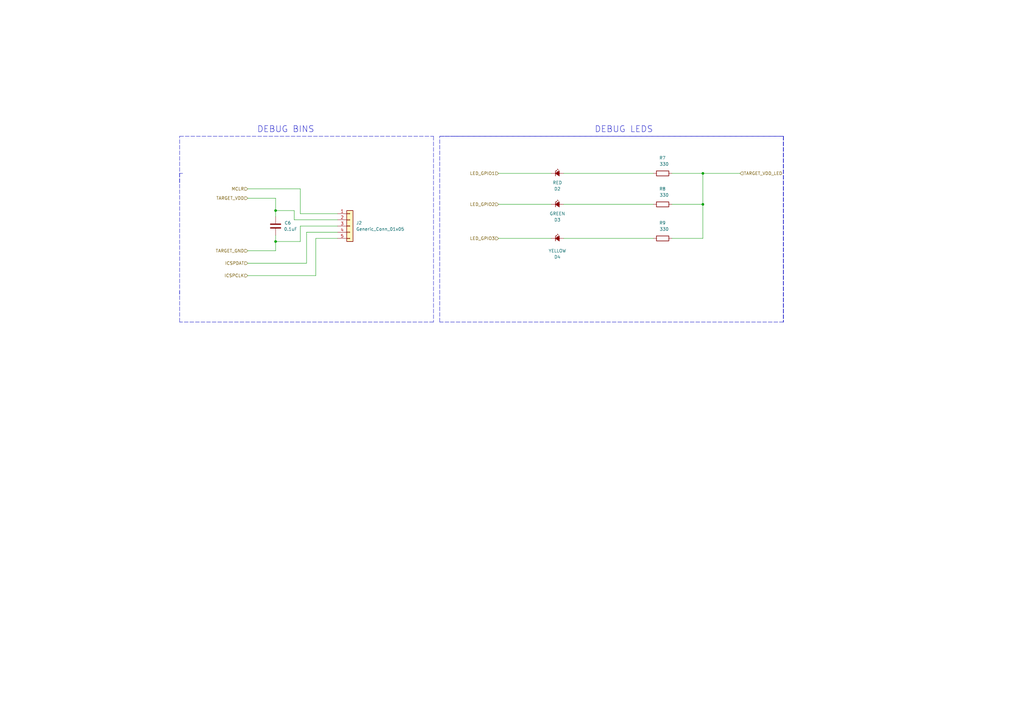
<source format=kicad_sch>
(kicad_sch (version 20211123) (generator eeschema)
  (paper "A3")
  (lib_symbols
    (symbol "Device:C" (pin_numbers hide) (pin_names (offset 0.254))
      (property "Reference" "C" (at 0.635 2.54 0))
      (property "Value" "C" (at 0.635 -2.54 0))
      (symbol "C_0_1"
        (polyline (pts (xy -2.032 -0.762) (xy 2.032 -0.762)) (stroke (width 0.508)))
        (polyline (pts (xy -2.032 0.762) (xy 2.032 0.762)) (stroke (width 0.508)))
      )
      (symbol "C_1_1"
        (pin passive line (at 0 3.81 270) (length 2.794) (name "~") (number "1"))
        (pin passive line (at 0 -3.81 90) (length 2.794) (name "~") (number "2"))
      )
    )
    (symbol "Device:LED_Small_Filled" (pin_numbers hide) (pin_names (offset 0.254) hide)
      (property "Reference" "D" (at -1.27 3.175 0))
      (property "Value" "LED_Small_Filled" (at -4.445 -2.54 0))
      (symbol "LED_Small_Filled_0_1"
        (polyline (pts (xy -0.762 -1.016) (xy -0.762 1.016)) (stroke (width 0.254)))
        (polyline (pts (xy 1.016 0) (xy -0.762 0)))
        (polyline (pts (xy 0.762 -1.016) (xy -0.762 0) (xy 0.762 1.016) (xy 0.762 -1.016)) (stroke (width 0.254)) (fill (type outline)))
        (polyline (pts (xy 0 0.762) (xy -0.508 1.27) (xy -0.254 1.27) (xy -0.508 1.27) (xy -0.508 1.016)))
        (polyline (pts (xy 0.508 1.27) (xy 0 1.778) (xy 0.254 1.778) (xy 0 1.778) (xy 0 1.524)))
      )
      (symbol "LED_Small_Filled_1_1"
        (pin passive line (at -2.54 0 0) (length 1.778) (name "K") (number "1"))
        (pin passive line (at 2.54 0 180) (length 1.778) (name "A") (number "2"))
      )
    )
    (symbol "Device:R" (pin_numbers hide) (pin_names (offset 0))
      (property "Reference" "R" (at 2.032 0 90))
      (property "Value" "R" (at 0 0 90))
      (symbol "R_0_1"
        (rectangle (start -1.016 -2.54) (end 1.016 2.54) (stroke (width 0.254)))
      )
      (symbol "R_1_1"
        (pin passive line (at 0 3.81 270) (length 1.27) (name "~") (number "1"))
        (pin passive line (at 0 -3.81 90) (length 1.27) (name "~") (number "2"))
      )
    )
    (symbol "avionics_board-cache:Connector_Generic_Conn_01x05" (pin_names (offset 1.016) hide)
      (property "Reference" "J" (at 0 7.62 0))
      (property "Value" "Connector_Generic_Conn_01x05" (at 0 -7.62 0))
      (symbol "Connector_Generic_Conn_01x05_1_1"
        (rectangle (start -1.27 -4.953) (end 0 -5.207) (stroke (width 0.1524)))
        (rectangle (start -1.27 -2.413) (end 0 -2.667) (stroke (width 0.1524)))
        (rectangle (start -1.27 0.127) (end 0 -0.127) (stroke (width 0.1524)))
        (rectangle (start -1.27 2.667) (end 0 2.413) (stroke (width 0.1524)))
        (rectangle (start -1.27 5.207) (end 0 4.953) (stroke (width 0.1524)))
        (rectangle (start -1.27 6.35) (end 1.27 -6.35) (stroke (width 0.254)) (fill (type background)))
        (pin passive line (at -5.08 5.08 0) (length 3.81) (name "Pin_1") (number "1"))
        (pin passive line (at -5.08 2.54 0) (length 3.81) (name "Pin_2") (number "2"))
        (pin passive line (at -5.08 0 0) (length 3.81) (name "Pin_3") (number "3"))
        (pin passive line (at -5.08 -2.54 0) (length 3.81) (name "Pin_4") (number "4"))
        (pin passive line (at -5.08 -5.08 0) (length 3.81) (name "Pin_5") (number "5"))
      )
    )
  )
  (junction (at 288.29 83.82))
  (junction (at 288.29 71.12))
  (junction (at 113.03 86.36))
  (junction (at 113.03 99.06))
  (wire (pts (xy 113.03 99.06) (xy 113.03 96.52)))
  (wire (pts (xy 138.43 90.17) (xy 120.65 90.17)))
  (wire (pts (xy 101.6 113.03) (xy 129.54 113.03)))
  (polyline (pts (xy 73.66 132.08) (xy 73.66 119.38)))
  (wire (pts (xy 113.03 81.28) (xy 113.03 86.36)))
  (wire (pts (xy 113.03 102.87) (xy 113.03 99.06)))
  (wire (pts (xy 101.6 102.87) (xy 113.03 102.87)))
  (wire (pts (xy 120.65 90.17) (xy 120.65 86.36)))
  (wire (pts (xy 288.29 83.82) (xy 288.29 71.12)))
  (wire (pts (xy 113.03 86.36) (xy 113.03 88.9)))
  (wire (pts (xy 231.14 71.12) (xy 267.97 71.12)))
  (polyline (pts (xy 181.61 55.88) (xy 321.31 55.88)))
  (wire (pts (xy 275.59 71.12) (xy 288.29 71.12)))
  (polyline (pts (xy 177.8 132.08) (xy 73.66 132.08)))
  (wire (pts (xy 204.47 71.12) (xy 226.06 71.12)))
  (wire (pts (xy 204.47 97.79) (xy 226.06 97.79)))
  (wire (pts (xy 275.59 83.82) (xy 288.29 83.82)))
  (polyline (pts (xy 321.31 132.08) (xy 180.34 132.08)))
  (polyline (pts (xy 321.31 55.88) (xy 321.31 132.08)))
  (wire (pts (xy 288.29 71.12) (xy 303.53 71.12)))
  (wire (pts (xy 231.14 83.82) (xy 267.97 83.82)))
  (wire (pts (xy 125.73 95.25) (xy 138.43 95.25)))
  (wire (pts (xy 123.19 87.63) (xy 138.43 87.63)))
  (wire (pts (xy 123.19 92.71) (xy 123.19 99.06)))
  (wire (pts (xy 288.29 97.79) (xy 288.29 83.82)))
  (polyline (pts (xy 180.34 132.08) (xy 180.34 55.88)))
  (wire (pts (xy 138.43 92.71) (xy 123.19 92.71)))
  (wire (pts (xy 129.54 113.03) (xy 129.54 97.79)))
  (wire (pts (xy 120.65 86.36) (xy 113.03 86.36)))
  (wire (pts (xy 231.14 97.79) (xy 267.97 97.79)))
  (wire (pts (xy 204.47 83.82) (xy 226.06 83.82)))
  (polyline (pts (xy 180.34 55.88) (xy 321.31 55.88)))
  (wire (pts (xy 275.59 97.79) (xy 288.29 97.79)))
  (wire (pts (xy 123.19 77.47) (xy 123.19 87.63)))
  (polyline (pts (xy 321.31 55.88) (xy 321.31 132.08)))
  (polyline (pts (xy 73.66 71.12) (xy 74.93 71.12)))
  (wire (pts (xy 101.6 107.95) (xy 125.73 107.95)))
  (wire (pts (xy 101.6 77.47) (xy 123.19 77.47)))
  (polyline (pts (xy 73.66 120.65) (xy 73.66 71.12)))
  (polyline (pts (xy 73.66 74.93) (xy 73.66 55.88)))
  (wire (pts (xy 123.19 99.06) (xy 113.03 99.06)))
  (wire (pts (xy 101.6 81.28) (xy 113.03 81.28)))
  (wire (pts (xy 125.73 107.95) (xy 125.73 95.25)))
  (polyline (pts (xy 177.8 55.88) (xy 177.8 132.08)))
  (wire (pts (xy 129.54 97.79) (xy 138.43 97.79)))
  (polyline (pts (xy 73.66 55.88) (xy 177.8 55.88)))
  (polyline (pts (xy 186.69 55.88) (xy 321.31 55.88)))
  (polyline (pts (xy 321.31 55.88) (xy 321.31 132.08)))
  (polyline (pts (xy 180.34 55.88) (xy 186.69 55.88)))
  (text "DEBUG BINS" (at 105.41 54.61 0) (effects (font (size 2.54 2.54)) (justify left bottom)))
  (text "DEBUG LEDS" (at 243.84 54.61 0) (effects (font (size 2.54 2.54)) (justify left bottom)))
  (hierarchical_label "LED_GPIO3" (shape input) (at 204.47 97.79 180))
  (hierarchical_label "MCLR" (shape input) (at 101.6 77.47 180))
  (hierarchical_label "TARGET_VDD_LED" (shape input) (at 303.53 71.12 0))
  (hierarchical_label "ICSPCLK" (shape input) (at 101.6 113.03 180))
  (hierarchical_label "LED_GPIO1" (shape input) (at 204.47 71.12 180))
  (hierarchical_label "TARGET_VDD" (shape input) (at 101.6 81.28 180))
  (hierarchical_label "LED_GPIO2" (shape input) (at 204.47 83.82 180))
  (hierarchical_label "TARGET_GND" (shape input) (at 101.6 102.87 180))
  (hierarchical_label "ICSPDAT" (shape input) (at 101.6 107.95 180))
  (symbol (lib_id "Device:R") (at 271.78 71.12 90) (unit 1)
    (property "Reference" "R7" (at 273.05 64.77 90) (effects (justify left)))
    (property "Value" "330" (at 274.32 67.31 90) (effects (justify left)))
    (property "Footprint" "Resistor_SMD:R_1210_3225Metric_Pad1.30x2.65mm_HandSolder" (effects hide))
  )
  (symbol (lib_id "Device:LED_Small_Filled") (at 228.6 97.79 0) (unit 1)
    (property "Reference" "D4" (at 228.6 105.41 0))
    (property "Value" "YELLOW" (at 228.6 102.87 0))
    (property "Footprint" "LED_SMD:LED_2512_6332Metric_Pad1.52x3.35mm_HandSolder" (effects hide))
  )
  (symbol (lib_id "Device:C") (at 113.03 92.71 180) (unit 1)
    (property "Reference" "C6" (at 119.38 91.44 0) (effects (justify left)))
    (property "Value" "0.1uF" (at 121.92 93.98 0) (effects (justify left)))
    (property "Footprint" "Capacitor_SMD:C_1812_4532Metric_Pad1.57x3.40mm_HandSolder" (effects hide))
    (property "Voltage" "25V" (effects hide))
    (property "Mfr. #" "CL10B104KA8NNNC" (effects hide))
    (property "Order" "https://www.digikey.com/product-detail/en/samsung-electro-mechanics/CL10B104KA8NNNC/1276-1006-1-ND/3889092" (effects hide))
  )
  (symbol (lib_id "Device:LED_Small_Filled") (at 228.6 71.12 0) (unit 1)
    (property "Reference" "D2" (at 228.6 77.47 0))
    (property "Value" "RED" (at 228.6 74.93 0))
    (property "Footprint" "LED_SMD:LED_2512_6332Metric_Pad1.52x3.35mm_HandSolder" (effects hide))
  )
  (symbol (lib_id "Device:R") (at 271.78 97.79 90) (unit 1)
    (property "Reference" "R9" (at 273.05 91.44 90) (effects (justify left)))
    (property "Value" "330" (at 274.32 93.98 90) (effects (justify left)))
    (property "Footprint" "Resistor_SMD:R_1210_3225Metric_Pad1.30x2.65mm_HandSolder" (effects hide))
  )
  (symbol (lib_id "avionics_board-cache:Connector_Generic_Conn_01x05") (at 143.51 92.71 0) (unit 1)
    (property "Reference" "J2" (at 146.05 91.4399 0) (effects (justify left)))
    (property "Value" "Generic_Conn_01x05" (at 146.05 93.9799 0) (effects (justify left)))
    (property "Footprint" "Connector_PinHeader_2.54mm:PinHeader_1x05_P2.54mm_Vertical" (effects hide))
  )
  (symbol (lib_id "Device:LED_Small_Filled") (at 228.6 83.82 0) (unit 1)
    (property "Reference" "D3" (at 228.6 90.17 0))
    (property "Value" "GREEN" (at 228.6 87.63 0))
    (property "Footprint" "LED_SMD:LED_2512_6332Metric_Pad1.52x3.35mm_HandSolder" (effects hide))
  )
  (symbol (lib_id "Device:R") (at 271.78 83.82 90) (unit 1)
    (property "Reference" "R8" (at 273.05 77.47 90) (effects (justify left)))
    (property "Value" "330" (at 274.32 80.01 90) (effects (justify left)))
    (property "Footprint" "Resistor_SMD:R_1210_3225Metric_Pad1.30x2.65mm_HandSolder" (effects hide))
  )
)
</source>
